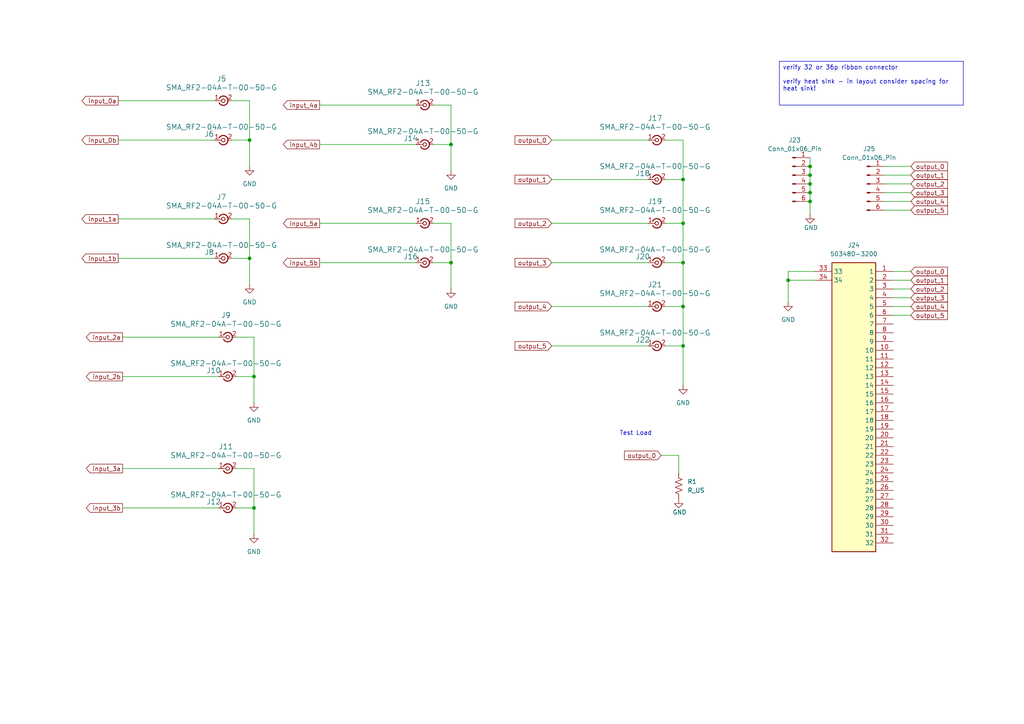
<source format=kicad_sch>
(kicad_sch (version 20231120) (generator "eeschema") (generator_version "8.0")
  (paper "A4")
  (lib_symbols
    (symbol "Connector:Conn_01x06_Pin" (pin_names (offset 1.016) hide)
      (property "Reference" "J" (at 0 7.62 0))
      (property "Value" "Conn_01x06_Pin" (at 0 -10.16 0))
      (symbol "Conn_01x06_Pin_1_1"
        (polyline (pts (xy 1.27 -7.62) (xy 0.8636 -7.62)) (stroke (width 0.1524)))
        (polyline (pts (xy 1.27 -5.08) (xy 0.8636 -5.08)) (stroke (width 0.1524)))
        (polyline (pts (xy 1.27 -2.54) (xy 0.8636 -2.54)) (stroke (width 0.1524)))
        (polyline (pts (xy 1.27 0) (xy 0.8636 0)) (stroke (width 0.1524)))
        (polyline (pts (xy 1.27 2.54) (xy 0.8636 2.54)) (stroke (width 0.1524)))
        (polyline (pts (xy 1.27 5.08) (xy 0.8636 5.08)) (stroke (width 0.1524)))
        (rectangle (start 0.8636 -7.493) (end 0 -7.747) (stroke (width 0.1524)) (fill (type outline)))
        (rectangle (start 0.8636 -4.953) (end 0 -5.207) (stroke (width 0.1524)) (fill (type outline)))
        (rectangle (start 0.8636 -2.413) (end 0 -2.667) (stroke (width 0.1524)) (fill (type outline)))
        (rectangle (start 0.8636 0.127) (end 0 -0.127) (stroke (width 0.1524)) (fill (type outline)))
        (rectangle (start 0.8636 2.667) (end 0 2.413) (stroke (width 0.1524)) (fill (type outline)))
        (rectangle (start 0.8636 5.207) (end 0 4.953) (stroke (width 0.1524)) (fill (type outline)))
        (pin passive line (at 5.08 5.08 180) (length 3.81) (name "Pin_1") (number "1"))
        (pin passive line (at 5.08 2.54 180) (length 3.81) (name "Pin_2") (number "2"))
        (pin passive line (at 5.08 0 180) (length 3.81) (name "Pin_3") (number "3"))
        (pin passive line (at 5.08 -2.54 180) (length 3.81) (name "Pin_4") (number "4"))
        (pin passive line (at 5.08 -5.08 180) (length 3.81) (name "Pin_5") (number "5"))
        (pin passive line (at 5.08 -7.62 180) (length 3.81) (name "Pin_6") (number "6"))
      )
    )
    (symbol "Device:R_US" (pin_numbers hide) (pin_names (offset 0))
      (property "Reference" "R" (at 2.54 0 90))
      (property "Value" "R_US" (at -2.54 0 90))
      (symbol "R_US_0_1"
        (polyline (pts (xy 0 -2.286) (xy 0 -2.54)))
        (polyline (pts (xy 0 2.286) (xy 0 2.54)))
        (polyline (pts (xy 0 -0.762) (xy 1.016 -1.143) (xy 0 -1.524) (xy -1.016 -1.905) (xy 0 -2.286)))
        (polyline (pts (xy 0 0.762) (xy 1.016 0.381) (xy 0 0) (xy -1.016 -0.381) (xy 0 -0.762)))
        (polyline (pts (xy 0 2.286) (xy 1.016 1.905) (xy 0 1.524) (xy -1.016 1.143) (xy 0 0.762)))
      )
      (symbol "R_US_1_1"
        (pin passive line (at 0 3.81 270) (length 1.27) (name "~") (number "1"))
        (pin passive line (at 0 -3.81 90) (length 1.27) (name "~") (number "2"))
      )
    )
    (symbol "_PHASE:503480-3200"
      (property "Reference" "J" (at 19.05 7.62 0))
      (property "Value" "503480-3200" (at 19.05 5.08 0))
      (symbol "503480-3200_1_1"
        (rectangle (start 5.08 2.54) (end 17.78 -81.28) (stroke (width 0.254)) (fill (type background)))
        (pin passive line (at 22.86 0 180) (length 5.08) (name "1") (number "1"))
        (pin passive line (at 22.86 -22.86 180) (length 5.08) (name "10") (number "10"))
        (pin passive line (at 22.86 -25.4 180) (length 5.08) (name "11") (number "11"))
        (pin passive line (at 22.86 -27.94 180) (length 5.08) (name "12") (number "12"))
        (pin passive line (at 22.86 -30.48 180) (length 5.08) (name "13") (number "13"))
        (pin passive line (at 22.86 -33.02 180) (length 5.08) (name "14") (number "14"))
        (pin passive line (at 22.86 -35.56 180) (length 5.08) (name "15") (number "15"))
        (pin passive line (at 22.86 -38.1 180) (length 5.08) (name "16") (number "16"))
        (pin passive line (at 22.86 -40.64 180) (length 5.08) (name "17") (number "17"))
        (pin passive line (at 22.86 -43.18 180) (length 5.08) (name "18") (number "18"))
        (pin passive line (at 22.86 -45.72 180) (length 5.08) (name "19") (number "19"))
        (pin passive line (at 22.86 -2.54 180) (length 5.08) (name "2") (number "2"))
        (pin passive line (at 22.86 -48.26 180) (length 5.08) (name "20") (number "20"))
        (pin passive line (at 22.86 -50.8 180) (length 5.08) (name "21") (number "21"))
        (pin passive line (at 22.86 -53.34 180) (length 5.08) (name "22") (number "22"))
        (pin passive line (at 22.86 -55.88 180) (length 5.08) (name "23") (number "23"))
        (pin passive line (at 22.86 -58.42 180) (length 5.08) (name "24") (number "24"))
        (pin passive line (at 22.86 -60.96 180) (length 5.08) (name "25") (number "25"))
        (pin passive line (at 22.86 -63.5 180) (length 5.08) (name "26") (number "26"))
        (pin passive line (at 22.86 -66.04 180) (length 5.08) (name "27") (number "27"))
        (pin passive line (at 22.86 -68.58 180) (length 5.08) (name "28") (number "28"))
        (pin passive line (at 22.86 -71.12 180) (length 5.08) (name "29") (number "29"))
        (pin passive line (at 22.86 -5.08 180) (length 5.08) (name "3") (number "3"))
        (pin passive line (at 22.86 -73.66 180) (length 5.08) (name "30") (number "30"))
        (pin passive line (at 22.86 -76.2 180) (length 5.08) (name "31") (number "31"))
        (pin passive line (at 22.86 -78.74 180) (length 5.08) (name "32") (number "32"))
        (pin passive line (at 0 0 0) (length 5.08) (name "33") (number "33"))
        (pin passive line (at 0 -2.54 0) (length 5.08) (name "34") (number "34"))
        (pin passive line (at 22.86 -7.62 180) (length 5.08) (name "4") (number "4"))
        (pin passive line (at 22.86 -10.16 180) (length 5.08) (name "5") (number "5"))
        (pin passive line (at 22.86 -12.7 180) (length 5.08) (name "6") (number "6"))
        (pin passive line (at 22.86 -15.24 180) (length 5.08) (name "7") (number "7"))
        (pin passive line (at 22.86 -17.78 180) (length 5.08) (name "8") (number "8"))
        (pin passive line (at 22.86 -20.32 180) (length 5.08) (name "9") (number "9"))
      )
    )
    (symbol "_PHASE:SMA_RF2-04A-T-00-50-G" (pin_names (offset 0.254))
      (property "Reference" "J" (at 8.89 6.35 0))
      (property "Value" "SMA_RF2-04A-T-00-50-G" (at 0 0 0))
      (symbol "SMA_RF2-04A-T-00-50-G_0_1"
        (polyline (pts (xy 10.16 -5.08) (xy 12.192 -5.08)))
        (circle (center 12.7 -5.08) (radius 0.508) (stroke (width 0.2032)))
      )
      (symbol "SMA_RF2-04A-T-00-50-G_1_1"
        (arc (start 11.5084 -5.7111) (mid 13.027 -6.3881) (end 14.0484 -5.0761) (stroke (width 0.3048)))
        (arc (start 14.0484 -5.0839) (mid 13.027 -3.772) (end 11.5084 -4.4489) (stroke (width 0.3048)))
        (pin passive line (at 10.16 -5.08 0) (length 1.27) (name "") (number "1"))
        (pin passive line (at 15.24 -5.08 180) (length 1.27) (name "") (number "2"))
        (pin passive line (at 15.24 -5.08 180) (length 1.27) hide (name "Ext") (number "3"))
        (pin passive line (at 15.24 -5.08 180) (length 1.27) hide (name "Ext") (number "4"))
        (pin passive line (at 15.24 -5.08 180) (length 1.27) hide (name "Ext") (number "5"))
      )
      (symbol "SMA_RF2-04A-T-00-50-G_1_2"
        (polyline (pts (xy 5.08 -2.54) (xy 12.7 -2.54)) (stroke (width 0.127)))
        (polyline (pts (xy 5.08 2.54) (xy 5.08 -2.54)) (stroke (width 0.127)))
        (polyline (pts (xy 7.62 0) (xy 5.08 0)) (stroke (width 0.127)))
        (polyline (pts (xy 7.62 0) (xy 8.89 -0.8467)) (stroke (width 0.127)))
        (polyline (pts (xy 7.62 0) (xy 8.89 0.8467)) (stroke (width 0.127)))
        (polyline (pts (xy 12.7 -2.54) (xy 12.7 2.54)) (stroke (width 0.127)))
        (polyline (pts (xy 12.7 2.54) (xy 5.08 2.54)) (stroke (width 0.127)))
        (pin unspecified line (at 0 0 0) (length 5.08) (name "1") (number "1"))
      )
    )
    (symbol "power:GND" (power) (pin_numbers hide) (pin_names (offset 0) hide)
      (property "Value" "GND" (at 0 -3.81 0))
      (symbol "GND_0_1"
        (polyline (pts (xy 0 0) (xy 0 -1.27) (xy 1.27 -1.27) (xy 0 -2.54) (xy -1.27 -1.27) (xy 0 -1.27)))
      )
      (symbol "GND_1_1"
        (pin power_in line (at 0 0 270) (length 0) (name "~") (number "1"))
      )
    )
  )
  (junction (at 198.12 52.07))
  (junction (at 234.95 55.88))
  (junction (at 234.95 50.8))
  (junction (at 198.12 64.77))
  (junction (at 130.81 41.91))
  (junction (at 72.39 74.93))
  (junction (at 72.39 40.64))
  (junction (at 198.12 88.9))
  (junction (at 228.6 81.28))
  (junction (at 73.66 147.32))
  (junction (at 198.12 76.2))
  (junction (at 73.66 109.22))
  (junction (at 130.81 76.2))
  (junction (at 234.95 53.34))
  (junction (at 234.95 48.26))
  (junction (at 234.95 58.42))
  (junction (at 198.12 100.33))
  (wire (pts (xy 228.6 81.28) (xy 228.6 87.63)))
  (wire (pts (xy 34.29 40.64) (xy 62.23 40.64)))
  (wire (pts (xy 72.39 29.21) (xy 72.39 40.64)))
  (wire (pts (xy 73.66 147.32) (xy 73.66 154.94)))
  (wire (pts (xy 256.54 48.26) (xy 264.16 48.26)))
  (wire (pts (xy 92.71 64.77) (xy 120.65 64.77)))
  (wire (pts (xy 160.02 88.9) (xy 187.96 88.9)))
  (wire (pts (xy 193.04 64.77) (xy 198.12 64.77)))
  (wire (pts (xy 236.22 78.74) (xy 228.6 78.74)))
  (wire (pts (xy 259.08 78.74) (xy 264.16 78.74)))
  (wire (pts (xy 73.66 109.22) (xy 68.58 109.22)))
  (wire (pts (xy 234.95 45.72) (xy 234.95 48.26)))
  (wire (pts (xy 130.81 30.48) (xy 130.81 41.91)))
  (wire (pts (xy 160.02 40.64) (xy 187.96 40.64)))
  (wire (pts (xy 130.81 76.2) (xy 130.81 83.82)))
  (wire (pts (xy 259.08 81.28) (xy 264.16 81.28)))
  (wire (pts (xy 196.85 132.08) (xy 191.77 132.08)))
  (wire (pts (xy 92.71 76.2) (xy 120.65 76.2)))
  (wire (pts (xy 234.95 53.34) (xy 234.95 55.88)))
  (wire (pts (xy 193.04 40.64) (xy 198.12 40.64)))
  (wire (pts (xy 130.81 76.2) (xy 125.73 76.2)))
  (wire (pts (xy 125.73 64.77) (xy 130.81 64.77)))
  (wire (pts (xy 73.66 147.32) (xy 68.58 147.32)))
  (wire (pts (xy 35.56 147.32) (xy 63.5 147.32)))
  (wire (pts (xy 73.66 135.89) (xy 73.66 147.32)))
  (wire (pts (xy 198.12 52.07) (xy 193.04 52.07)))
  (wire (pts (xy 198.12 88.9) (xy 198.12 100.33)))
  (wire (pts (xy 72.39 63.5) (xy 72.39 74.93)))
  (wire (pts (xy 259.08 86.36) (xy 264.16 86.36)))
  (wire (pts (xy 130.81 64.77) (xy 130.81 76.2)))
  (wire (pts (xy 198.12 100.33) (xy 193.04 100.33)))
  (wire (pts (xy 92.71 41.91) (xy 120.65 41.91)))
  (wire (pts (xy 259.08 91.44) (xy 264.16 91.44)))
  (wire (pts (xy 72.39 40.64) (xy 72.39 48.26)))
  (wire (pts (xy 259.08 88.9) (xy 264.16 88.9)))
  (wire (pts (xy 160.02 64.77) (xy 187.96 64.77)))
  (wire (pts (xy 198.12 76.2) (xy 198.12 88.9)))
  (wire (pts (xy 35.56 109.22) (xy 63.5 109.22)))
  (wire (pts (xy 198.12 76.2) (xy 193.04 76.2)))
  (wire (pts (xy 198.12 52.07) (xy 198.12 64.77)))
  (wire (pts (xy 160.02 100.33) (xy 187.96 100.33)))
  (wire (pts (xy 196.85 132.08) (xy 196.85 137.16)))
  (wire (pts (xy 198.12 100.33) (xy 198.12 111.76)))
  (wire (pts (xy 160.02 52.07) (xy 187.96 52.07)))
  (wire (pts (xy 72.39 40.64) (xy 67.31 40.64)))
  (wire (pts (xy 256.54 55.88) (xy 264.16 55.88)))
  (wire (pts (xy 34.29 74.93) (xy 62.23 74.93)))
  (wire (pts (xy 198.12 40.64) (xy 198.12 52.07)))
  (wire (pts (xy 92.71 30.48) (xy 120.65 30.48)))
  (wire (pts (xy 72.39 74.93) (xy 67.31 74.93)))
  (wire (pts (xy 198.12 64.77) (xy 198.12 76.2)))
  (wire (pts (xy 67.31 63.5) (xy 72.39 63.5)))
  (wire (pts (xy 234.95 50.8) (xy 234.95 53.34)))
  (wire (pts (xy 73.66 109.22) (xy 73.66 116.84)))
  (wire (pts (xy 236.22 81.28) (xy 228.6 81.28)))
  (wire (pts (xy 67.31 29.21) (xy 72.39 29.21)))
  (wire (pts (xy 35.56 97.79) (xy 63.5 97.79)))
  (wire (pts (xy 256.54 53.34) (xy 264.16 53.34)))
  (wire (pts (xy 256.54 58.42) (xy 264.16 58.42)))
  (wire (pts (xy 125.73 30.48) (xy 130.81 30.48)))
  (wire (pts (xy 130.81 41.91) (xy 130.81 49.53)))
  (wire (pts (xy 234.95 48.26) (xy 234.95 50.8)))
  (wire (pts (xy 34.29 29.21) (xy 62.23 29.21)))
  (wire (pts (xy 256.54 60.96) (xy 264.16 60.96)))
  (wire (pts (xy 68.58 97.79) (xy 73.66 97.79)))
  (wire (pts (xy 35.56 135.89) (xy 63.5 135.89)))
  (wire (pts (xy 73.66 97.79) (xy 73.66 109.22)))
  (wire (pts (xy 130.81 41.91) (xy 125.73 41.91)))
  (wire (pts (xy 72.39 74.93) (xy 72.39 82.55)))
  (wire (pts (xy 259.08 83.82) (xy 264.16 83.82)))
  (wire (pts (xy 68.58 135.89) (xy 73.66 135.89)))
  (wire (pts (xy 193.04 88.9) (xy 198.12 88.9)))
  (wire (pts (xy 234.95 55.88) (xy 234.95 58.42)))
  (wire (pts (xy 160.02 76.2) (xy 187.96 76.2)))
  (wire (pts (xy 34.29 63.5) (xy 62.23 63.5)))
  (wire (pts (xy 234.95 58.42) (xy 234.95 62.23)))
  (wire (pts (xy 256.54 50.8) (xy 264.16 50.8)))
  (wire (pts (xy 228.6 78.74) (xy 228.6 81.28)))
  (text_box "verify 32 or 36p ribbon connector\n\nverify heat sink - in layout consider spacing for heat sink!\n\n" (at 226.06 17.78 0) (size 53.34 12.7) (effects (font (size 1.27 1.27)) (justify left top)))
  (text "Test Load" (at 184.404 125.73 0) (effects (font (size 1.27 1.27))))
  (global_label "output_3" (shape input) (at 160.02 76.2 180) (property "Intersheetrefs" "${INTERSHEET_REFS}" (effects (hide yes))))
  (global_label "output_2" (shape input) (at 160.02 64.77 180) (property "Intersheetrefs" "${INTERSHEET_REFS}" (effects (hide yes))))
  (global_label "output_2" (shape input) (at 264.16 53.34 0) (property "Intersheetrefs" "${INTERSHEET_REFS}" (effects (hide yes))))
  (global_label "output_0" (shape input) (at 264.16 48.26 0) (property "Intersheetrefs" "${INTERSHEET_REFS}" (effects (hide yes))))
  (global_label "output_0" (shape input) (at 160.02 40.64 180) (property "Intersheetrefs" "${INTERSHEET_REFS}" (effects (hide yes))))
  (global_label "input_4a" (shape output) (at 92.71 30.48 180) (property "Intersheetrefs" "${INTERSHEET_REFS}" (effects (hide yes))))
  (global_label "input_0b" (shape output) (at 34.29 40.64 180) (property "Intersheetrefs" "${INTERSHEET_REFS}" (effects (hide yes))))
  (global_label "output_3" (shape input) (at 264.16 86.36 0) (property "Intersheetrefs" "${INTERSHEET_REFS}" (effects (hide yes))))
  (global_label "input_3b" (shape output) (at 35.56 147.32 180) (property "Intersheetrefs" "${INTERSHEET_REFS}" (effects (hide yes))))
  (global_label "output_4" (shape input) (at 160.02 88.9 180) (property "Intersheetrefs" "${INTERSHEET_REFS}" (effects (hide yes))))
  (global_label "input_1b" (shape output) (at 34.29 74.93 180) (property "Intersheetrefs" "${INTERSHEET_REFS}" (effects (hide yes))))
  (global_label "output_1" (shape input) (at 264.16 50.8 0) (property "Intersheetrefs" "${INTERSHEET_REFS}" (effects (hide yes))))
  (global_label "input_0a" (shape output) (at 34.29 29.21 180) (property "Intersheetrefs" "${INTERSHEET_REFS}" (effects (hide yes))))
  (global_label "input_2a" (shape output) (at 35.56 97.79 180) (property "Intersheetrefs" "${INTERSHEET_REFS}" (effects (hide yes))))
  (global_label "output_5" (shape input) (at 264.16 91.44 0) (property "Intersheetrefs" "${INTERSHEET_REFS}" (effects (hide yes))))
  (global_label "input_1a" (shape output) (at 34.29 63.5 180) (property "Intersheetrefs" "${INTERSHEET_REFS}" (effects (hide yes))))
  (global_label "input_5a" (shape output) (at 92.71 64.77 180) (property "Intersheetrefs" "${INTERSHEET_REFS}" (effects (hide yes))))
  (global_label "input_2b" (shape output) (at 35.56 109.22 180) (property "Intersheetrefs" "${INTERSHEET_REFS}" (effects (hide yes))))
  (global_label "output_4" (shape input) (at 264.16 88.9 0) (property "Intersheetrefs" "${INTERSHEET_REFS}" (effects (hide yes))))
  (global_label "output_3" (shape input) (at 264.16 55.88 0) (property "Intersheetrefs" "${INTERSHEET_REFS}" (effects (hide yes))))
  (global_label "output_5" (shape input) (at 160.02 100.33 180) (property "Intersheetrefs" "${INTERSHEET_REFS}" (effects (hide yes))))
  (global_label "output_4" (shape input) (at 264.16 58.42 0) (property "Intersheetrefs" "${INTERSHEET_REFS}" (effects (hide yes))))
  (global_label "output_0" (shape input) (at 191.77 132.08 180) (property "Intersheetrefs" "${INTERSHEET_REFS}" (effects (hide yes))))
  (global_label "input_5b" (shape output) (at 92.71 76.2 180) (property "Intersheetrefs" "${INTERSHEET_REFS}" (effects (hide yes))))
  (global_label "input_3a" (shape output) (at 35.56 135.89 180) (property "Intersheetrefs" "${INTERSHEET_REFS}" (effects (hide yes))))
  (global_label "output_1" (shape input) (at 264.16 81.28 0) (property "Intersheetrefs" "${INTERSHEET_REFS}" (effects (hide yes))))
  (global_label "input_4b" (shape output) (at 92.71 41.91 180) (property "Intersheetrefs" "${INTERSHEET_REFS}" (effects (hide yes))))
  (global_label "output_1" (shape input) (at 160.02 52.07 180) (property "Intersheetrefs" "${INTERSHEET_REFS}" (effects (hide yes))))
  (global_label "output_5" (shape input) (at 264.16 60.96 0) (property "Intersheetrefs" "${INTERSHEET_REFS}" (effects (hide yes))))
  (global_label "output_0" (shape input) (at 264.16 78.74 0) (property "Intersheetrefs" "${INTERSHEET_REFS}" (effects (hide yes))))
  (global_label "output_2" (shape input) (at 264.16 83.82 0) (property "Intersheetrefs" "${INTERSHEET_REFS}" (effects (hide yes))))
  (symbol (lib_id "_PHASE:SMA_RF2-04A-T-00-50-G") (at 53.34 130.81 0) (unit 1)
    (property "Reference" "J11" (at 65.5204 129.54 0) (effects (font (size 1.524 1.524))))
    (property "Value" "SMA_RF2-04A-T-00-50-G" (at 65.5204 132.08 0) (effects (font (size 1.524 1.524))))
    (property "Footprint" "726_footprints:CONN_RF2-04A-T-00-50-G_ADM" (effects (hide yes)))
    (property "Datasheet" "112404" (effects (hide yes)))
  )
  (symbol (lib_id "_PHASE:SMA_RF2-04A-T-00-50-G") (at 52.07 69.85 0) (unit 1)
    (property "Reference" "J8" (at 60.706 73.152 0) (effects (font (size 1.524 1.524))))
    (property "Value" "SMA_RF2-04A-T-00-50-G" (at 64.2504 71.12 0) (effects (font (size 1.524 1.524))))
    (property "Footprint" "726_footprints:CONN_RF2-04A-T-00-50-G_ADM" (effects (hide yes)))
    (property "Datasheet" "112404" (effects (hide yes)))
  )
  (symbol (lib_id "power:GND") (at 234.95 62.23 0) (unit 1)
    (property "Reference" "#PWR013" (effects (hide yes)))
    (property "Value" "GND" (at 235.204 66.04 0))
    (property "Description" "Power symbol creates a global label with name \"GND\" , ground" (effects (hide yes)))
  )
  (symbol (lib_id "power:GND") (at 130.81 83.82 0) (unit 1)
    (property "Reference" "#PWR09" (effects (hide yes)))
    (property "Value" "GND" (at 130.81 88.9 0))
    (property "Description" "Power symbol creates a global label with name \"GND\" , ground" (effects (hide yes)))
  )
  (symbol (lib_id "_PHASE:SMA_RF2-04A-T-00-50-G") (at 53.34 104.14 0) (unit 1)
    (property "Reference" "J10" (at 61.976 107.442 0) (effects (font (size 1.524 1.524))))
    (property "Value" "SMA_RF2-04A-T-00-50-G" (at 65.5204 105.41 0) (effects (font (size 1.524 1.524))))
    (property "Footprint" "726_footprints:CONN_RF2-04A-T-00-50-G_ADM" (effects (hide yes)))
    (property "Datasheet" "112404" (effects (hide yes)))
  )
  (symbol (lib_id "_PHASE:SMA_RF2-04A-T-00-50-G") (at 177.8 59.69 0) (unit 1)
    (property "Reference" "J19" (at 189.9804 58.42 0) (effects (font (size 1.524 1.524))))
    (property "Value" "SMA_RF2-04A-T-00-50-G" (at 189.9804 60.96 0) (effects (font (size 1.524 1.524))))
    (property "Footprint" "726_footprints:CONN_RF2-04A-T-00-50-G_ADM" (effects (hide yes)))
    (property "Datasheet" "112404" (effects (hide yes)))
  )
  (symbol (lib_id "_PHASE:SMA_RF2-04A-T-00-50-G") (at 52.07 58.42 0) (unit 1)
    (property "Reference" "J7" (at 64.2504 57.15 0) (effects (font (size 1.524 1.524))))
    (property "Value" "SMA_RF2-04A-T-00-50-G" (at 64.2504 59.69 0) (effects (font (size 1.524 1.524))))
    (property "Footprint" "726_footprints:CONN_RF2-04A-T-00-50-G_ADM" (effects (hide yes)))
    (property "Datasheet" "112404" (effects (hide yes)))
  )
  (symbol (lib_id "_PHASE:SMA_RF2-04A-T-00-50-G") (at 110.49 59.69 0) (unit 1)
    (property "Reference" "J15" (at 122.6704 58.42 0) (effects (font (size 1.524 1.524))))
    (property "Value" "SMA_RF2-04A-T-00-50-G" (at 122.6704 60.96 0) (effects (font (size 1.524 1.524))))
    (property "Footprint" "726_footprints:CONN_RF2-04A-T-00-50-G_ADM" (effects (hide yes)))
    (property "Datasheet" "112404" (effects (hide yes)))
  )
  (symbol (lib_id "_PHASE:SMA_RF2-04A-T-00-50-G") (at 110.49 25.4 0) (unit 1)
    (property "Reference" "J13" (at 122.6704 24.13 0) (effects (font (size 1.524 1.524))))
    (property "Value" "SMA_RF2-04A-T-00-50-G" (at 122.6704 26.67 0) (effects (font (size 1.524 1.524))))
    (property "Footprint" "726_footprints:CONN_RF2-04A-T-00-50-G_ADM" (effects (hide yes)))
    (property "Datasheet" "112404" (effects (hide yes)))
  )
  (symbol (lib_id "power:GND") (at 130.81 49.53 0) (unit 1)
    (property "Reference" "#PWR08" (effects (hide yes)))
    (property "Value" "GND" (at 130.81 54.61 0))
    (property "Description" "Power symbol creates a global label with name \"GND\" , ground" (effects (hide yes)))
  )
  (symbol (lib_id "_PHASE:SMA_RF2-04A-T-00-50-G") (at 110.49 71.12 0) (unit 1)
    (property "Reference" "J16" (at 119.126 74.422 0) (effects (font (size 1.524 1.524))))
    (property "Value" "SMA_RF2-04A-T-00-50-G" (at 122.6704 72.39 0) (effects (font (size 1.524 1.524))))
    (property "Footprint" "726_footprints:CONN_RF2-04A-T-00-50-G_ADM" (effects (hide yes)))
    (property "Datasheet" "112404" (effects (hide yes)))
  )
  (symbol (lib_id "_PHASE:SMA_RF2-04A-T-00-50-G") (at 177.8 95.25 0) (unit 1)
    (property "Reference" "J22" (at 186.436 98.552 0) (effects (font (size 1.524 1.524))))
    (property "Value" "SMA_RF2-04A-T-00-50-G" (at 189.9804 96.52 0) (effects (font (size 1.524 1.524))))
    (property "Footprint" "726_footprints:CONN_RF2-04A-T-00-50-G_ADM" (effects (hide yes)))
    (property "Datasheet" "112404" (effects (hide yes)))
  )
  (symbol (lib_id "power:GND") (at 228.6 87.63 0) (mirror y) (unit 1)
    (property "Reference" "#PWR012" (effects (hide yes)))
    (property "Value" "GND" (at 228.6 92.71 0))
    (property "Description" "Power symbol creates a global label with name \"GND\" , ground" (effects (hide yes)))
  )
  (symbol (lib_id "_PHASE:SMA_RF2-04A-T-00-50-G") (at 177.8 83.82 0) (unit 1)
    (property "Reference" "J21" (at 189.9804 82.55 0) (effects (font (size 1.524 1.524))))
    (property "Value" "SMA_RF2-04A-T-00-50-G" (at 189.9804 85.09 0) (effects (font (size 1.524 1.524))))
    (property "Footprint" "726_footprints:CONN_RF2-04A-T-00-50-G_ADM" (effects (hide yes)))
    (property "Datasheet" "112404" (effects (hide yes)))
  )
  (symbol (lib_id "power:GND") (at 72.39 82.55 0) (unit 1)
    (property "Reference" "#PWR05" (effects (hide yes)))
    (property "Value" "GND" (at 72.39 87.63 0))
    (property "Description" "Power symbol creates a global label with name \"GND\" , ground" (effects (hide yes)))
  )
  (symbol (lib_id "_PHASE:SMA_RF2-04A-T-00-50-G") (at 177.8 35.56 0) (unit 1)
    (property "Reference" "J17" (at 189.9804 34.29 0) (effects (font (size 1.524 1.524))))
    (property "Value" "SMA_RF2-04A-T-00-50-G" (at 189.9804 36.83 0) (effects (font (size 1.524 1.524))))
    (property "Footprint" "726_footprints:CONN_RF2-04A-T-00-50-G_ADM" (effects (hide yes)))
    (property "Datasheet" "112404" (effects (hide yes)))
  )
  (symbol (lib_id "power:GND") (at 198.12 111.76 0) (unit 1)
    (property "Reference" "#PWR011" (effects (hide yes)))
    (property "Value" "GND" (at 198.12 116.84 0))
    (property "Description" "Power symbol creates a global label with name \"GND\" , ground" (effects (hide yes)))
  )
  (symbol (lib_id "Device:R_US") (at 196.85 140.97 0) (unit 1)
    (property "Reference" "R1" (at 199.39 139.6999 0) (effects (justify left)))
    (property "Value" "R_US" (at 199.39 142.2399 0) (effects (justify left)))
    (property "Footprint" "726_footprints:RS02B5K000FB12" (effects (hide yes)))
    (property "Description" "Resistor, US symbol" (effects (hide yes)))
  )
  (symbol (lib_id "_PHASE:SMA_RF2-04A-T-00-50-G") (at 110.49 36.83 0) (unit 1)
    (property "Reference" "J14" (at 119.126 40.132 0) (effects (font (size 1.524 1.524))))
    (property "Value" "SMA_RF2-04A-T-00-50-G" (at 122.6704 38.1 0) (effects (font (size 1.524 1.524))))
    (property "Footprint" "726_footprints:CONN_RF2-04A-T-00-50-G_ADM" (effects (hide yes)))
    (property "Datasheet" "112404" (effects (hide yes)))
  )
  (symbol (lib_id "power:GND") (at 72.39 48.26 0) (unit 1)
    (property "Reference" "#PWR04" (effects (hide yes)))
    (property "Value" "GND" (at 72.39 53.34 0))
    (property "Description" "Power symbol creates a global label with name \"GND\" , ground" (effects (hide yes)))
  )
  (symbol (lib_id "_PHASE:SMA_RF2-04A-T-00-50-G") (at 53.34 92.71 0) (unit 1)
    (property "Reference" "J9" (at 65.5204 91.44 0) (effects (font (size 1.524 1.524))))
    (property "Value" "SMA_RF2-04A-T-00-50-G" (at 65.5204 93.98 0) (effects (font (size 1.524 1.524))))
    (property "Footprint" "726_footprints:CONN_RF2-04A-T-00-50-G_ADM" (effects (hide yes)))
    (property "Datasheet" "112404" (effects (hide yes)))
  )
  (symbol (lib_id "power:GND") (at 73.66 154.94 0) (unit 1)
    (property "Reference" "#PWR07" (effects (hide yes)))
    (property "Value" "GND" (at 73.66 160.02 0))
    (property "Description" "Power symbol creates a global label with name \"GND\" , ground" (effects (hide yes)))
  )
  (symbol (lib_id "Connector:Conn_01x06_Pin") (at 251.46 53.34 0) (unit 1)
    (property "Reference" "J25" (at 252.095 43.18 0))
    (property "Value" "Conn_01x06_Pin" (at 252.095 45.72 0))
    (property "Footprint" "Connector_PinHeader_1.00mm:PinHeader_1x06_P1.00mm_Vertical" (effects (hide yes)))
    (property "Description" "Generic connector, single row, 01x06, script generated" (effects (hide yes)))
  )
  (symbol (lib_id "_PHASE:503480-3200") (at 236.22 78.74 0) (unit 1)
    (property "Reference" "J24" (at 247.65 71.12 0))
    (property "Value" "503480-3200" (at 247.65 73.66 0))
    (property "Footprint" "726_footprints:Molex_5034803200" (effects (hide yes)))
    (property "Datasheet" "https://www.molex.com/pdm_docs/sd/5034803200_sd.pdf" (effects (hide yes)))
    (property "Description" "MOLEX - 503480-3200 - CONNECTOR, FPC, 32POS, 1ROW, 0.5MM" (effects (hide yes)))
    (property "Height" "1" (effects (hide yes)))
    (property "Mouser Part Number" "538-503480-3200" (effects (hide yes)))
    (property "Mouser Price/Stock" "https://www.mouser.co.uk/ProductDetail/Molex/503480-3200?qs=6kT3pPPHxnXy4DNjAJz%252BBA%3D%3D" (effects (hide yes)))
    (property "Manufacturer_Name" "Molex" (effects (hide yes)))
    (property "Manufacturer_Part_Number" "503480-3200" (effects (hide yes)))
  )
  (symbol (lib_id "_PHASE:SMA_RF2-04A-T-00-50-G") (at 177.8 46.99 0) (unit 1)
    (property "Reference" "J18" (at 186.436 50.292 0) (effects (font (size 1.524 1.524))))
    (property "Value" "SMA_RF2-04A-T-00-50-G" (at 189.9804 48.26 0) (effects (font (size 1.524 1.524))))
    (property "Footprint" "726_footprints:CONN_RF2-04A-T-00-50-G_ADM" (effects (hide yes)))
    (property "Datasheet" "112404" (effects (hide yes)))
  )
  (symbol (lib_id "_PHASE:SMA_RF2-04A-T-00-50-G") (at 53.34 142.24 0) (unit 1)
    (property "Reference" "J12" (at 61.976 145.542 0) (effects (font (size 1.524 1.524))))
    (property "Value" "SMA_RF2-04A-T-00-50-G" (at 65.5204 143.51 0) (effects (font (size 1.524 1.524))))
    (property "Footprint" "726_footprints:CONN_RF2-04A-T-00-50-G_ADM" (effects (hide yes)))
    (property "Datasheet" "112404" (effects (hide yes)))
  )
  (symbol (lib_id "power:GND") (at 196.85 144.78 0) (unit 1)
    (property "Reference" "#PWR010" (effects (hide yes)))
    (property "Value" "GND" (at 197.104 148.59 0))
    (property "Description" "Power symbol creates a global label with name \"GND\" , ground" (effects (hide yes)))
  )
  (symbol (lib_id "_PHASE:SMA_RF2-04A-T-00-50-G") (at 52.07 24.13 0) (unit 1)
    (property "Reference" "J5" (at 64.2504 22.86 0) (effects (font (size 1.524 1.524))))
    (property "Value" "SMA_RF2-04A-T-00-50-G" (at 64.2504 25.4 0) (effects (font (size 1.524 1.524))))
    (property "Footprint" "726_footprints:CONN_RF2-04A-T-00-50-G_ADM" (effects (hide yes)))
    (property "Datasheet" "112404" (effects (hide yes)))
  )
  (symbol (lib_id "_PHASE:SMA_RF2-04A-T-00-50-G") (at 177.8 71.12 0) (unit 1)
    (property "Reference" "J20" (at 186.436 74.422 0) (effects (font (size 1.524 1.524))))
    (property "Value" "SMA_RF2-04A-T-00-50-G" (at 189.9804 72.39 0) (effects (font (size 1.524 1.524))))
    (property "Footprint" "726_footprints:CONN_RF2-04A-T-00-50-G_ADM" (effects (hide yes)))
    (property "Datasheet" "112404" (effects (hide yes)))
  )
  (symbol (lib_id "Connector:Conn_01x06_Pin") (at 229.87 50.8 0) (unit 1)
    (property "Reference" "J23" (at 230.505 40.64 0))
    (property "Value" "Conn_01x06_Pin" (at 230.505 43.18 0))
    (property "Footprint" "Connector_PinHeader_1.00mm:PinHeader_1x06_P1.00mm_Vertical" (effects (hide yes)))
    (property "Description" "Generic connector, single row, 01x06, script generated" (effects (hide yes)))
  )
  (symbol (lib_id "power:GND") (at 73.66 116.84 0) (unit 1)
    (property "Reference" "#PWR06" (effects (hide yes)))
    (property "Value" "GND" (at 73.66 121.92 0))
    (property "Description" "Power symbol creates a global label with name \"GND\" , ground" (effects (hide yes)))
  )
  (symbol (lib_id "_PHASE:SMA_RF2-04A-T-00-50-G") (at 52.07 35.56 0) (unit 1)
    (property "Reference" "J6" (at 60.706 38.862 0) (effects (font (size 1.524 1.524))))
    (property "Value" "SMA_RF2-04A-T-00-50-G" (at 64.2504 36.83 0) (effects (font (size 1.524 1.524))))
    (property "Footprint" "726_footprints:CONN_RF2-04A-T-00-50-G_ADM" (effects (hide yes)))
    (property "Datasheet" "112404" (effects (hide yes)))
  )
)
</source>
